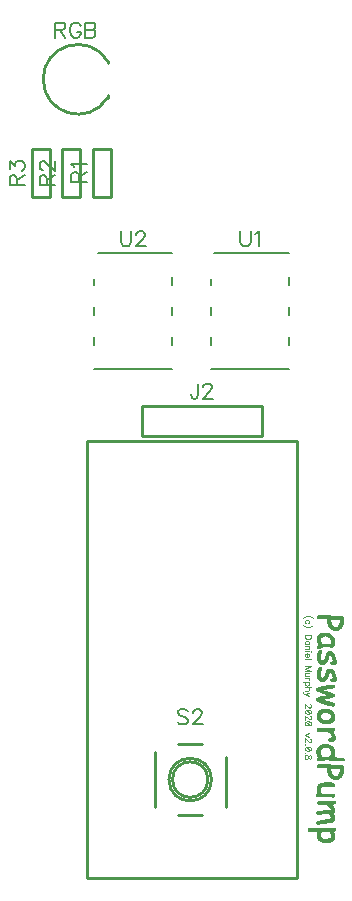
<source format=gbr>
G04 DipTrace 3.3.1.3*
G04 TopSilk.gbr*
%MOIN*%
G04 #@! TF.FileFunction,Legend,Top*
G04 #@! TF.Part,Single*
%ADD10C,0.009843*%
%ADD12C,0.003*%
%ADD22C,0.006*%
%ADD53C,0.00772*%
%ADD54C,0.003088*%
%FSLAX26Y26*%
G04*
G70*
G90*
G75*
G01*
G04 TopSilk*
%LPD*%
X1187469Y1931196D2*
D10*
X787434D1*
Y2031201D1*
X1187469D1*
Y1931196D1*
X686322Y2887260D2*
X626322D1*
X686322Y2726960D2*
Y2887260D1*
Y2726960D2*
X626322D1*
Y2887260D1*
X579953Y2886351D2*
X519953D1*
X579953Y2726051D2*
Y2886351D1*
Y2726051D2*
X519953D1*
Y2886351D1*
X479951D2*
X419951D1*
X479951Y2726051D2*
Y2886351D1*
Y2726051D2*
X419951D1*
Y2886351D1*
X673377Y3057609D2*
Y3065507D1*
Y3171892D2*
Y3179790D1*
Y3057609D2*
G02X458810Y3118699I-98651J60865D01*
G01*
X673377Y3179790D2*
G03X458810Y3118699I-98651J-60865D01*
G01*
X878008Y784497D2*
G02X878008Y784497I70861J0D01*
G01*
X830751Y875052D2*
Y693942D1*
X909472Y666372D2*
X988241D1*
X1066986Y693942D2*
Y859298D1*
X988241Y902623D2*
X909472D1*
X889798Y784497D2*
G02X889798Y784497I59059J0D01*
G01*
X1276881Y2434131D2*
D22*
Y2458141D1*
Y2334119D2*
Y2358128D1*
X1016896Y2258115D2*
Y2234106D1*
Y2358128D2*
Y2334119D1*
Y2153123D2*
X1276881D1*
Y2234106D2*
Y2258115D1*
Y2539123D2*
X1027902D1*
X1016896Y2453123D2*
Y2434131D1*
X889391D2*
Y2458141D1*
Y2334119D2*
Y2358128D1*
X629407Y2258115D2*
Y2234106D1*
Y2358128D2*
Y2334119D1*
Y2153123D2*
X889391D1*
Y2234106D2*
Y2258115D1*
Y2539123D2*
X640413D1*
X629407Y2453123D2*
Y2434131D1*
X606202Y1912451D2*
D10*
X1306202D1*
Y456197D1*
X606202D1*
Y1912451D1*
X1373337Y1331701D2*
D12*
X1415337D1*
X1372138Y1330201D2*
X1451337D1*
X1371141Y1328701D2*
X1453646D1*
X1370880Y1327201D2*
X1455311D1*
X1371433Y1325701D2*
X1456539D1*
X1373012Y1324201D2*
X1456952D1*
X1374837Y1322701D2*
X1457174D1*
X1406105Y1321201D2*
X1416831D1*
X1421337D2*
X1457274D1*
X1405734Y1319701D2*
X1416779D1*
X1446837D2*
X1457314D1*
X1405345Y1318201D2*
X1416588D1*
X1446837D2*
X1457329D1*
X1405082Y1316701D2*
X1416234D1*
X1446837D2*
X1457334D1*
X1404949Y1315201D2*
X1415902D1*
X1446837D2*
X1457336D1*
X1404938Y1313701D2*
X1415832D1*
X1446837D2*
X1457337D1*
X1405103Y1312201D2*
X1416052D1*
X1446837D2*
X1457337D1*
X1405452Y1310701D2*
X1416373D1*
X1446831D2*
X1457337D1*
X1405833Y1309201D2*
X1416614D1*
X1446779D2*
X1457337D1*
X1406099Y1307701D2*
X1416796D1*
X1446588D2*
X1457331D1*
X1406290Y1306201D2*
X1417053D1*
X1446222D2*
X1457279D1*
X1406551Y1304701D2*
X1417490D1*
X1445785D2*
X1457088D1*
X1406989Y1303201D2*
X1418081D1*
X1445326D2*
X1456722D1*
X1407581Y1301701D2*
X1418764D1*
X1444770D2*
X1456285D1*
X1408258Y1300201D2*
X1419545D1*
X1444072D2*
X1455826D1*
X1408980Y1298701D2*
X1420538D1*
X1443169D2*
X1455270D1*
X1409724Y1297201D2*
X1421970D1*
X1441944D2*
X1454577D1*
X1410524Y1295701D2*
X1424137D1*
X1440143D2*
X1453733D1*
X1411468Y1294201D2*
X1427480D1*
X1437191D2*
X1452782D1*
X1412631Y1292701D2*
X1432243D1*
X1432713D2*
X1451818D1*
X1413961Y1291201D2*
X1450775D1*
X1415397Y1289701D2*
X1449510D1*
X1416984Y1288201D2*
X1447911D1*
X1418971Y1286701D2*
X1445870D1*
X1421675Y1285201D2*
X1443406D1*
X1425092Y1283701D2*
X1440673D1*
X1428837Y1282201D2*
X1437837D1*
X1388337Y1274701D2*
X1406337D1*
X1384708Y1273201D2*
X1409274D1*
X1381534Y1271701D2*
X1412023D1*
X1378978Y1270201D2*
X1414414D1*
X1377072Y1268701D2*
X1416420D1*
X1375700Y1267201D2*
X1418165D1*
X1374661Y1265701D2*
X1419771D1*
X1373793Y1264201D2*
X1393195D1*
X1401479D2*
X1421307D1*
X1373049Y1262701D2*
X1389575D1*
X1405106D2*
X1422770D1*
X1372471Y1261201D2*
X1386740D1*
X1407999D2*
X1424079D1*
X1372075Y1259701D2*
X1384740D1*
X1410243D2*
X1425163D1*
X1371712Y1258201D2*
X1383275D1*
X1412040D2*
X1426035D1*
X1371277Y1256701D2*
X1382732D1*
X1413491D2*
X1426717D1*
X1370862Y1255201D2*
X1382279D1*
X1414637D2*
X1427276D1*
X1370588Y1253701D2*
X1381808D1*
X1415577D2*
X1427816D1*
X1370451Y1252201D2*
X1381430D1*
X1416405D2*
X1428280D1*
X1370439Y1250701D2*
X1381341D1*
X1417134D2*
X1428574D1*
X1370603Y1249201D2*
X1381555D1*
X1417701D2*
X1428725D1*
X1370958Y1247701D2*
X1381880D1*
X1418042D2*
X1428793D1*
X1371391Y1246201D2*
X1382167D1*
X1418213D2*
X1428821D1*
X1371849Y1244701D2*
X1382493D1*
X1418289D2*
X1428831D1*
X1372399Y1243201D2*
X1382971D1*
X1418319D2*
X1428835D1*
X1373044Y1241701D2*
X1383648D1*
X1418331D2*
X1428831D1*
X1373744Y1240201D2*
X1384488D1*
X1418335D2*
X1428778D1*
X1374463Y1238701D2*
X1386477D1*
X1418337D2*
X1428587D1*
X1375093Y1237201D2*
X1389366D1*
X1392837D2*
X1428222D1*
X1375579Y1235701D2*
X1427785D1*
X1375327Y1234201D2*
X1427326D1*
X1374405Y1232701D2*
X1426769D1*
X1373385Y1231201D2*
X1426072D1*
X1372435Y1229701D2*
X1425175D1*
X1371680Y1228201D2*
X1424033D1*
X1371121Y1226701D2*
X1388570D1*
X1415337D2*
X1422719D1*
X1371355Y1225201D2*
X1384455D1*
X1419837D2*
X1421337D1*
X1372281Y1223701D2*
X1380405D1*
X1373337Y1222201D2*
X1376337D1*
X1377837Y1216201D2*
X1385337D1*
X1376575Y1214701D2*
X1386024D1*
X1375505Y1213201D2*
X1386396D1*
X1374638Y1211701D2*
X1386522D1*
X1407837D2*
X1418337D1*
X1373957Y1210201D2*
X1385949D1*
X1405883D2*
X1420524D1*
X1373399Y1208701D2*
X1385163D1*
X1404382D2*
X1422402D1*
X1372858Y1207201D2*
X1384333D1*
X1403296D2*
X1423923D1*
X1372388Y1205701D2*
X1383577D1*
X1402519D2*
X1425108D1*
X1372042Y1204201D2*
X1382991D1*
X1401921D2*
X1426065D1*
X1371700Y1202701D2*
X1382634D1*
X1401366D2*
X1426900D1*
X1371273Y1201201D2*
X1382406D1*
X1400891D2*
X1410780D1*
X1415331D2*
X1427638D1*
X1370860Y1199701D2*
X1382137D1*
X1400543D2*
X1410588D1*
X1416773D2*
X1428259D1*
X1370588Y1198201D2*
X1381747D1*
X1400200D2*
X1410228D1*
X1418029D2*
X1428791D1*
X1370445Y1196701D2*
X1381356D1*
X1399773D2*
X1409838D1*
X1418973D2*
X1429328D1*
X1370380Y1195201D2*
X1381143D1*
X1399354D2*
X1409523D1*
X1419670D2*
X1429841D1*
X1370359Y1193701D2*
X1381193D1*
X1399029D2*
X1409193D1*
X1420280D2*
X1430324D1*
X1370402Y1192201D2*
X1381489D1*
X1398695D2*
X1408764D1*
X1420823D2*
X1430834D1*
X1370589Y1190701D2*
X1381853D1*
X1398265D2*
X1408301D1*
X1421318D2*
X1431292D1*
X1370947Y1189201D2*
X1382157D1*
X1397795D2*
X1407838D1*
X1421838D2*
X1431635D1*
X1371337Y1187701D2*
X1382489D1*
X1397268D2*
X1407330D1*
X1422345D2*
X1431975D1*
X1371651Y1186201D2*
X1382987D1*
X1396440D2*
X1406828D1*
X1422826D2*
X1432408D1*
X1371987Y1184701D2*
X1383636D1*
X1395275D2*
X1406342D1*
X1423335D2*
X1432873D1*
X1372463Y1183201D2*
X1385014D1*
X1392458D2*
X1405775D1*
X1423791D2*
X1433336D1*
X1373071Y1181701D2*
X1387944D1*
X1388501D2*
X1405073D1*
X1424104D2*
X1433839D1*
X1373760Y1180201D2*
X1404175D1*
X1424337D2*
X1434288D1*
X1374537Y1178701D2*
X1403032D1*
X1420823D2*
X1434577D1*
X1375479Y1177201D2*
X1401703D1*
X1417927D2*
X1434720D1*
X1376695Y1175701D2*
X1400224D1*
X1416473D2*
X1434711D1*
X1378256Y1174201D2*
X1398524D1*
X1415972D2*
X1434553D1*
X1380190Y1172701D2*
X1396523D1*
X1416272D2*
X1433456D1*
X1382337Y1171201D2*
X1394337D1*
X1417244D2*
X1430642D1*
X1418337Y1169701D2*
X1427337D1*
X1377837Y1159201D2*
X1385337D1*
X1376575Y1157701D2*
X1386024D1*
X1375505Y1156201D2*
X1386396D1*
X1374638Y1154701D2*
X1386522D1*
X1407837D2*
X1418337D1*
X1373957Y1153201D2*
X1385949D1*
X1405883D2*
X1420524D1*
X1373399Y1151701D2*
X1385163D1*
X1404382D2*
X1422402D1*
X1372858Y1150201D2*
X1384333D1*
X1403296D2*
X1423923D1*
X1372388Y1148701D2*
X1383577D1*
X1402519D2*
X1425108D1*
X1372042Y1147201D2*
X1382991D1*
X1401921D2*
X1426065D1*
X1371700Y1145701D2*
X1382634D1*
X1401366D2*
X1426900D1*
X1371273Y1144201D2*
X1382406D1*
X1400891D2*
X1410780D1*
X1415331D2*
X1427638D1*
X1370860Y1142701D2*
X1382137D1*
X1400543D2*
X1410588D1*
X1416773D2*
X1428259D1*
X1370588Y1141201D2*
X1381747D1*
X1400200D2*
X1410228D1*
X1418029D2*
X1428791D1*
X1370445Y1139701D2*
X1381356D1*
X1399773D2*
X1409838D1*
X1418973D2*
X1429328D1*
X1370380Y1138201D2*
X1381143D1*
X1399354D2*
X1409523D1*
X1419670D2*
X1429841D1*
X1370359Y1136701D2*
X1381193D1*
X1399029D2*
X1409193D1*
X1420280D2*
X1430324D1*
X1370402Y1135201D2*
X1381489D1*
X1398695D2*
X1408764D1*
X1420823D2*
X1430834D1*
X1370589Y1133701D2*
X1381853D1*
X1398265D2*
X1408301D1*
X1421318D2*
X1431292D1*
X1370947Y1132201D2*
X1382157D1*
X1397795D2*
X1407838D1*
X1421838D2*
X1431635D1*
X1371337Y1130701D2*
X1382489D1*
X1397268D2*
X1407330D1*
X1422345D2*
X1431975D1*
X1371651Y1129201D2*
X1382987D1*
X1396440D2*
X1406828D1*
X1422826D2*
X1432408D1*
X1371987Y1127701D2*
X1383636D1*
X1395275D2*
X1406342D1*
X1423335D2*
X1432873D1*
X1372463Y1126201D2*
X1385014D1*
X1392458D2*
X1405775D1*
X1423791D2*
X1433336D1*
X1373071Y1124701D2*
X1387944D1*
X1388501D2*
X1405073D1*
X1424104D2*
X1433839D1*
X1373760Y1123201D2*
X1404175D1*
X1424337D2*
X1434288D1*
X1374537Y1121701D2*
X1403032D1*
X1420823D2*
X1434577D1*
X1375479Y1120201D2*
X1401703D1*
X1417927D2*
X1434720D1*
X1376695Y1118701D2*
X1400224D1*
X1416473D2*
X1434711D1*
X1378256Y1117201D2*
X1398524D1*
X1415972D2*
X1434553D1*
X1380190Y1115701D2*
X1396523D1*
X1416272D2*
X1433456D1*
X1382337Y1114201D2*
X1394337D1*
X1417244D2*
X1430642D1*
X1418337Y1112701D2*
X1427337D1*
X1415337Y1100701D2*
X1427337D1*
X1405777Y1099201D2*
X1428030D1*
X1396906Y1097701D2*
X1428455D1*
X1389168Y1096201D2*
X1428602D1*
X1382785Y1094701D2*
X1428547D1*
X1377749Y1093201D2*
X1427491D1*
X1374002Y1091701D2*
X1423403D1*
X1371359Y1090201D2*
X1416741D1*
X1369319Y1088701D2*
X1408050D1*
X1368412Y1087201D2*
X1399255D1*
X1368462Y1085701D2*
X1391792D1*
X1369441Y1084201D2*
X1385337D1*
X1370885Y1082701D2*
X1389894D1*
X1372913Y1081201D2*
X1394587D1*
X1375595Y1079701D2*
X1399446D1*
X1378885Y1078201D2*
X1404337D1*
X1382575Y1076701D2*
X1409145D1*
X1386420Y1075201D2*
X1413911D1*
X1390360Y1073701D2*
X1418520D1*
X1394342Y1072201D2*
X1422513D1*
X1398154Y1070701D2*
X1425433D1*
X1401500Y1069201D2*
X1427549D1*
X1404148Y1067701D2*
X1428216D1*
X1406337Y1066201D2*
X1428636D1*
X1397297Y1064701D2*
X1428548D1*
X1389375Y1063201D2*
X1427760D1*
X1382878Y1061701D2*
X1425134D1*
X1377788Y1060201D2*
X1420934D1*
X1374017Y1058701D2*
X1415039D1*
X1371358Y1057201D2*
X1407809D1*
X1369297Y1055701D2*
X1399691D1*
X1368230Y1054201D2*
X1391099D1*
X1367862Y1052701D2*
X1382337D1*
X1368208Y1051201D2*
X1385753D1*
X1368960Y1049701D2*
X1390067D1*
X1370218Y1048201D2*
X1395320D1*
X1372029Y1046701D2*
X1401242D1*
X1374463Y1045201D2*
X1407431D1*
X1377629Y1043701D2*
X1413492D1*
X1381462Y1042201D2*
X1418988D1*
X1385822Y1040701D2*
X1423325D1*
X1390598Y1039201D2*
X1426636D1*
X1395677Y1037701D2*
X1427975D1*
X1401027Y1036201D2*
X1428502D1*
X1406652Y1034701D2*
X1428525D1*
X1412468Y1033201D2*
X1427900D1*
X1418385Y1031701D2*
X1426950D1*
X1424337Y1030201D2*
X1425837D1*
X1391337Y1021201D2*
X1404837D1*
X1387708Y1019701D2*
X1409159D1*
X1384528Y1018201D2*
X1412776D1*
X1381919Y1016701D2*
X1415649D1*
X1379816Y1015201D2*
X1417987D1*
X1378038Y1013701D2*
X1419979D1*
X1376470Y1012201D2*
X1421633D1*
X1375120Y1010701D2*
X1423010D1*
X1374020Y1009201D2*
X1390132D1*
X1405748D2*
X1424210D1*
X1373142Y1007701D2*
X1387761D1*
X1409002D2*
X1425230D1*
X1372458Y1006201D2*
X1385817D1*
X1411501D2*
X1426113D1*
X1371899Y1004701D2*
X1384317D1*
X1413436D2*
X1426918D1*
X1371358Y1003201D2*
X1383268D1*
X1414949D2*
X1427639D1*
X1370894Y1001701D2*
X1382529D1*
X1416115D2*
X1428202D1*
X1370601Y1000201D2*
X1381915D1*
X1417012D2*
X1428542D1*
X1370455Y998701D2*
X1381471D1*
X1417653D2*
X1428713D1*
X1370440Y997201D2*
X1381231D1*
X1418024D2*
X1428789D1*
X1370604Y995701D2*
X1381535D1*
X1418207D2*
X1428819D1*
X1370952Y994201D2*
X1381933D1*
X1418281D2*
X1428831D1*
X1371339Y992701D2*
X1382416D1*
X1418254D2*
X1428835D1*
X1371652Y991201D2*
X1383108D1*
X1418016D2*
X1428831D1*
X1371987Y989701D2*
X1384023D1*
X1417406D2*
X1428778D1*
X1372469Y988201D2*
X1385135D1*
X1416355D2*
X1428582D1*
X1373129Y986701D2*
X1386514D1*
X1414851D2*
X1428164D1*
X1374010Y985201D2*
X1388101D1*
X1412853D2*
X1427529D1*
X1375146Y983701D2*
X1389723D1*
X1410438D2*
X1426659D1*
X1376472Y982201D2*
X1425526D1*
X1377952Y980701D2*
X1424201D1*
X1379676Y979201D2*
X1422716D1*
X1381830Y977701D2*
X1420942D1*
X1384549Y976201D2*
X1418618D1*
X1387804Y974701D2*
X1415651D1*
X1391337Y973201D2*
X1412337D1*
X1373337Y956701D2*
X1425837D1*
X1372138Y955201D2*
X1427222D1*
X1371141Y953701D2*
X1428248D1*
X1370833Y952201D2*
X1428480D1*
X1371088Y950701D2*
X1428485D1*
X1371458Y949201D2*
X1427508D1*
X1371837Y947701D2*
X1425415D1*
X1406274Y946201D2*
X1423294D1*
X1409023Y944701D2*
X1421337D1*
X1411408Y943201D2*
X1422780D1*
X1413362Y941701D2*
X1424082D1*
X1414915Y940201D2*
X1425170D1*
X1416156Y938701D2*
X1426088D1*
X1417255Y937201D2*
X1426914D1*
X1418265Y935701D2*
X1427694D1*
X1419075Y934201D2*
X1428451D1*
X1419711Y932701D2*
X1429151D1*
X1420290Y931201D2*
X1429707D1*
X1420770Y929701D2*
X1430044D1*
X1421071Y928201D2*
X1430214D1*
X1421233Y926701D2*
X1430289D1*
X1421337Y925201D2*
X1430319D1*
X1415413Y923701D2*
X1430331D1*
X1411122Y922201D2*
X1430329D1*
X1408100Y920701D2*
X1430266D1*
X1406822Y919201D2*
X1430109D1*
X1407282Y917701D2*
X1429303D1*
X1408569Y916201D2*
X1426997D1*
X1410318Y914701D2*
X1423707D1*
X1412337Y913201D2*
X1419837D1*
X1389837Y902701D2*
X1406337D1*
X1386208Y901201D2*
X1409973D1*
X1383028Y899701D2*
X1413205D1*
X1380419Y898201D2*
X1416005D1*
X1378322Y896701D2*
X1418462D1*
X1376591Y895201D2*
X1420577D1*
X1375167Y893701D2*
X1422268D1*
X1374032Y892201D2*
X1390132D1*
X1407768D2*
X1423590D1*
X1373096Y890701D2*
X1387761D1*
X1410465D2*
X1424728D1*
X1372269Y889201D2*
X1385811D1*
X1412659D2*
X1425755D1*
X1371540Y887701D2*
X1384264D1*
X1414253D2*
X1426572D1*
X1370968Y886201D2*
X1383077D1*
X1415416D2*
X1427210D1*
X1370574Y884701D2*
X1382169D1*
X1416342D2*
X1427789D1*
X1370212Y883201D2*
X1381518D1*
X1417111D2*
X1428270D1*
X1369777Y881701D2*
X1381093D1*
X1417692D2*
X1428570D1*
X1369362Y880201D2*
X1380718D1*
X1418039D2*
X1428724D1*
X1369088Y878701D2*
X1380285D1*
X1418212D2*
X1428793D1*
X1368951Y877201D2*
X1379921D1*
X1418288D2*
X1428821D1*
X1368939Y875701D2*
X1379838D1*
X1418319D2*
X1428831D1*
X1369103Y874201D2*
X1380060D1*
X1418331D2*
X1428835D1*
X1369458Y872701D2*
X1380432D1*
X1418329D2*
X1428837D1*
X1369891Y871201D2*
X1380864D1*
X1418272D2*
X1428831D1*
X1370349Y869701D2*
X1381411D1*
X1418029D2*
X1428779D1*
X1370899Y868201D2*
X1382099D1*
X1417467D2*
X1428582D1*
X1371544Y866701D2*
X1382942D1*
X1416612D2*
X1428164D1*
X1372244Y865201D2*
X1383893D1*
X1415524D2*
X1427530D1*
X1372963Y863701D2*
X1384856D1*
X1414155D2*
X1426663D1*
X1373593Y862201D2*
X1385889D1*
X1412572D2*
X1425557D1*
X1374079Y860701D2*
X1387073D1*
X1410950D2*
X1424337D1*
X1373827Y859201D2*
X1431837D1*
X1372911Y857701D2*
X1455837D1*
X1371949Y856201D2*
X1457735D1*
X1371093Y854701D2*
X1459262D1*
X1370864Y853201D2*
X1459818D1*
X1371428Y851701D2*
X1460118D1*
X1373010Y850201D2*
X1395837D1*
X1410837D2*
X1460257D1*
X1374837Y848701D2*
X1376337D1*
X1433337D2*
X1460337D1*
X1373337Y835201D2*
X1415337D1*
X1372138Y833701D2*
X1451337D1*
X1371141Y832201D2*
X1453646D1*
X1370880Y830701D2*
X1455311D1*
X1371433Y829201D2*
X1456539D1*
X1373012Y827701D2*
X1456952D1*
X1374837Y826201D2*
X1457174D1*
X1406105Y824701D2*
X1416831D1*
X1421337D2*
X1457274D1*
X1405734Y823201D2*
X1416779D1*
X1446837D2*
X1457314D1*
X1405345Y821701D2*
X1416588D1*
X1446837D2*
X1457329D1*
X1405082Y820201D2*
X1416234D1*
X1446837D2*
X1457334D1*
X1404949Y818701D2*
X1415902D1*
X1446837D2*
X1457336D1*
X1404938Y817201D2*
X1415832D1*
X1446837D2*
X1457337D1*
X1405103Y815701D2*
X1416052D1*
X1446837D2*
X1457337D1*
X1405452Y814201D2*
X1416373D1*
X1446831D2*
X1457337D1*
X1405833Y812701D2*
X1416614D1*
X1446779D2*
X1457337D1*
X1406099Y811201D2*
X1416796D1*
X1446588D2*
X1457331D1*
X1406290Y809701D2*
X1417053D1*
X1446222D2*
X1457279D1*
X1406551Y808201D2*
X1417490D1*
X1445785D2*
X1457088D1*
X1406989Y806701D2*
X1418081D1*
X1445326D2*
X1456722D1*
X1407581Y805201D2*
X1418764D1*
X1444770D2*
X1456285D1*
X1408258Y803701D2*
X1419545D1*
X1444072D2*
X1455826D1*
X1408980Y802201D2*
X1420538D1*
X1443169D2*
X1455270D1*
X1409724Y800701D2*
X1421970D1*
X1441944D2*
X1454577D1*
X1410524Y799201D2*
X1424137D1*
X1440143D2*
X1453733D1*
X1411468Y797701D2*
X1427480D1*
X1437191D2*
X1452782D1*
X1412631Y796201D2*
X1432243D1*
X1432713D2*
X1451818D1*
X1413961Y794701D2*
X1450775D1*
X1415397Y793201D2*
X1449510D1*
X1416984Y791701D2*
X1447911D1*
X1418971Y790201D2*
X1445870D1*
X1421675Y788701D2*
X1443406D1*
X1425092Y787201D2*
X1440673D1*
X1428837Y785701D2*
X1437837D1*
X1397337Y775201D2*
X1416837D1*
X1389046Y773701D2*
X1422017D1*
X1382888Y772201D2*
X1426097D1*
X1378878Y770701D2*
X1427770D1*
X1376413Y769201D2*
X1428429D1*
X1374771Y767701D2*
X1428501D1*
X1373546Y766201D2*
X1427889D1*
X1372698Y764701D2*
X1426946D1*
X1372170Y763201D2*
X1388990D1*
X1422837D2*
X1425837D1*
X1371749Y761701D2*
X1385980D1*
X1371291Y760201D2*
X1383724D1*
X1370867Y758701D2*
X1382770D1*
X1370590Y757201D2*
X1382019D1*
X1370446Y755701D2*
X1381512D1*
X1370386Y754201D2*
X1381239D1*
X1370412Y752701D2*
X1381533D1*
X1370593Y751201D2*
X1381869D1*
X1370948Y749701D2*
X1382108D1*
X1371337Y748201D2*
X1382237D1*
X1371651Y746701D2*
X1382303D1*
X1371981Y745201D2*
X1382381D1*
X1372393Y743701D2*
X1382582D1*
X1372692Y742201D2*
X1382945D1*
X1372749Y740701D2*
X1383334D1*
X1371760Y739201D2*
X1383619D1*
X1370463Y737701D2*
X1425837D1*
X1369218Y736201D2*
X1427222D1*
X1368176Y734701D2*
X1428248D1*
X1367869Y733201D2*
X1428498D1*
X1368379Y731701D2*
X1428555D1*
X1369265Y730201D2*
X1427913D1*
X1370337Y728701D2*
X1426955D1*
X1422837Y727201D2*
X1425837D1*
X1374837Y713701D2*
X1430337D1*
X1373226Y712201D2*
X1431716D1*
X1372046Y710701D2*
X1432724D1*
X1371207Y709201D2*
X1432912D1*
X1371237Y707701D2*
X1432267D1*
X1372025Y706201D2*
X1428859D1*
X1373276Y704701D2*
X1422929D1*
X1374837Y703201D2*
X1376337D1*
X1394363D2*
X1415337D1*
X1400250Y701701D2*
X1417350D1*
X1404261Y700201D2*
X1419297D1*
X1406979Y698701D2*
X1421075D1*
X1409006Y697201D2*
X1422669D1*
X1410716Y695701D2*
X1424044D1*
X1412289Y694201D2*
X1425206D1*
X1413764Y692701D2*
X1426273D1*
X1415077Y691201D2*
X1427266D1*
X1416163Y689701D2*
X1428019D1*
X1417044Y688201D2*
X1428462D1*
X1417748Y686701D2*
X1428681D1*
X1418337Y685201D2*
X1428777D1*
X1413837Y683701D2*
X1428809D1*
X1391337Y682201D2*
X1428765D1*
X1371837Y680701D2*
X1428520D1*
X1370221Y679201D2*
X1427907D1*
X1368993Y677701D2*
X1426857D1*
X1368049Y676201D2*
X1425371D1*
X1367818Y674701D2*
X1423468D1*
X1368355Y673201D2*
X1421337D1*
X1369256Y671701D2*
X1392837D1*
X1410780D2*
X1422831D1*
X1370337Y670201D2*
X1380837D1*
X1412088D2*
X1424279D1*
X1413222Y668701D2*
X1425582D1*
X1414285Y667201D2*
X1426664D1*
X1415326Y665701D2*
X1427529D1*
X1416270Y664201D2*
X1428159D1*
X1417072Y662701D2*
X1428526D1*
X1417669Y661201D2*
X1428707D1*
X1417961Y659701D2*
X1428787D1*
X1418021Y658201D2*
X1428819D1*
X1417272Y656701D2*
X1428831D1*
X1414680Y655201D2*
X1428829D1*
X1410109Y653701D2*
X1428778D1*
X1402920Y652201D2*
X1428576D1*
X1393769Y650701D2*
X1428105D1*
X1384555Y649201D2*
X1427274D1*
X1377168Y647701D2*
X1425962D1*
X1372324Y646201D2*
X1423949D1*
X1369082Y644701D2*
X1420649D1*
X1367805Y643201D2*
X1415207D1*
X1368145Y641701D2*
X1407363D1*
X1368695Y640201D2*
X1397591D1*
X1369452Y638701D2*
X1386513D1*
X1370337Y637201D2*
X1374837D1*
X1398837Y623701D2*
X1430337D1*
X1340337Y622201D2*
X1431722D1*
X1340337Y620701D2*
X1432748D1*
X1340343Y619201D2*
X1433094D1*
X1340400Y617701D2*
X1432938D1*
X1340632Y616201D2*
X1431535D1*
X1341145Y614701D2*
X1427566D1*
X1341837Y613201D2*
X1422837D1*
X1371837Y611701D2*
X1384132D1*
X1412105D2*
X1424100D1*
X1371831Y610201D2*
X1383255D1*
X1413228D2*
X1425169D1*
X1371779Y608701D2*
X1382747D1*
X1414287D2*
X1426037D1*
X1371588Y607201D2*
X1382450D1*
X1415327D2*
X1426718D1*
X1371228Y605701D2*
X1382154D1*
X1416270D2*
X1427276D1*
X1370844Y604201D2*
X1381752D1*
X1417072D2*
X1427816D1*
X1370582Y602701D2*
X1381358D1*
X1417675D2*
X1428280D1*
X1370449Y601201D2*
X1381144D1*
X1418032D2*
X1428574D1*
X1370438Y599701D2*
X1381194D1*
X1418209D2*
X1428725D1*
X1370603Y598201D2*
X1381495D1*
X1418287D2*
X1428793D1*
X1370952Y596701D2*
X1381911D1*
X1418313D2*
X1428821D1*
X1371339Y595201D2*
X1382412D1*
X1418266D2*
X1428831D1*
X1371652Y593701D2*
X1383163D1*
X1418009D2*
X1428829D1*
X1371987Y592201D2*
X1384289D1*
X1417508D2*
X1428778D1*
X1372469Y590701D2*
X1385954D1*
X1416042D2*
X1428581D1*
X1373129Y589201D2*
X1388638D1*
X1412304D2*
X1428164D1*
X1374010Y587701D2*
X1392994D1*
X1406332D2*
X1427529D1*
X1375146Y586201D2*
X1399180D1*
X1397951D2*
X1426659D1*
X1376472Y584701D2*
X1425520D1*
X1377952Y583201D2*
X1424137D1*
X1379676Y581701D2*
X1422402D1*
X1381830Y580201D2*
X1420019D1*
X1384549Y578701D2*
X1416703D1*
X1387804Y577201D2*
X1412492D1*
X1391337Y575701D2*
X1407837D1*
X1373337Y1331701D2*
X1372138Y1330201D1*
X1371141Y1328701D1*
X1370880Y1327201D1*
X1371433Y1325701D1*
X1373012Y1324201D1*
X1374837Y1322701D1*
X1415337Y1331701D2*
Y1330201D1*
X1451337D2*
X1453646Y1328701D1*
X1455311Y1327201D1*
X1456539Y1325701D1*
X1456952Y1324201D1*
X1457174Y1322701D1*
X1457274Y1321201D1*
X1457314Y1319701D1*
X1457329Y1318201D1*
X1457334Y1316701D1*
X1457336Y1315201D1*
X1457337Y1313701D1*
Y1312201D1*
Y1310701D1*
Y1309201D1*
X1457331Y1307701D1*
X1457279Y1306201D1*
X1457088Y1304701D1*
X1456722Y1303201D1*
X1456285Y1301701D1*
X1455826Y1300201D1*
X1455270Y1298701D1*
X1454577Y1297201D1*
X1453733Y1295701D1*
X1452782Y1294201D1*
X1451818Y1292701D1*
X1450775Y1291201D1*
X1449510Y1289701D1*
X1447911Y1288201D1*
X1445870Y1286701D1*
X1443406Y1285201D1*
X1440673Y1283701D1*
X1437837Y1282201D1*
X1406337Y1322701D2*
X1406105Y1321201D1*
X1405734Y1319701D1*
X1405345Y1318201D1*
X1405082Y1316701D1*
X1404949Y1315201D1*
X1404938Y1313701D1*
X1405103Y1312201D1*
X1405452Y1310701D1*
X1405833Y1309201D1*
X1406099Y1307701D1*
X1406290Y1306201D1*
X1406551Y1304701D1*
X1406989Y1303201D1*
X1407581Y1301701D1*
X1408258Y1300201D1*
X1408980Y1298701D1*
X1409724Y1297201D1*
X1410524Y1295701D1*
X1411468Y1294201D1*
X1412631Y1292701D1*
X1413961Y1291201D1*
X1415397Y1289701D1*
X1416984Y1288201D1*
X1418971Y1286701D1*
X1421675Y1285201D1*
X1425092Y1283701D1*
X1428837Y1282201D1*
X1416837Y1322701D2*
X1416831Y1321201D1*
X1416779Y1319701D1*
X1416588Y1318201D1*
X1416234Y1316701D1*
X1415902Y1315201D1*
X1415832Y1313701D1*
X1416052Y1312201D1*
X1416373Y1310701D1*
X1416614Y1309201D1*
X1416796Y1307701D1*
X1417053Y1306201D1*
X1417490Y1304701D1*
X1418081Y1303201D1*
X1418764Y1301701D1*
X1419545Y1300201D1*
X1420538Y1298701D1*
X1421970Y1297201D1*
X1424137Y1295701D1*
X1427480Y1294201D1*
X1432243Y1292701D1*
X1437837Y1291201D1*
X1419837Y1322701D2*
X1421337Y1321201D1*
X1446837D2*
Y1319701D1*
Y1318201D1*
Y1316701D1*
Y1315201D1*
Y1313701D1*
Y1312201D1*
X1446831Y1310701D1*
X1446779Y1309201D1*
X1446588Y1307701D1*
X1446222Y1306201D1*
X1445785Y1304701D1*
X1445326Y1303201D1*
X1444770Y1301701D1*
X1444072Y1300201D1*
X1443169Y1298701D1*
X1441944Y1297201D1*
X1440143Y1295701D1*
X1437191Y1294201D1*
X1432713Y1292701D1*
X1427337Y1291201D1*
X1388337Y1274701D2*
X1384708Y1273201D1*
X1381534Y1271701D1*
X1378978Y1270201D1*
X1377072Y1268701D1*
X1375700Y1267201D1*
X1374661Y1265701D1*
X1373793Y1264201D1*
X1373049Y1262701D1*
X1372471Y1261201D1*
X1372075Y1259701D1*
X1371712Y1258201D1*
X1371277Y1256701D1*
X1370862Y1255201D1*
X1370588Y1253701D1*
X1370451Y1252201D1*
X1370439Y1250701D1*
X1370603Y1249201D1*
X1370958Y1247701D1*
X1371391Y1246201D1*
X1371849Y1244701D1*
X1372399Y1243201D1*
X1373044Y1241701D1*
X1373744Y1240201D1*
X1374463Y1238701D1*
X1375093Y1237201D1*
X1375579Y1235701D1*
X1375327Y1234201D1*
X1374405Y1232701D1*
X1373385Y1231201D1*
X1372435Y1229701D1*
X1371680Y1228201D1*
X1371121Y1226701D1*
X1371355Y1225201D1*
X1372281Y1223701D1*
X1373337Y1222201D1*
X1406337Y1274701D2*
X1409274Y1273201D1*
X1412023Y1271701D1*
X1414414Y1270201D1*
X1416420Y1268701D1*
X1418165Y1267201D1*
X1419771Y1265701D1*
X1421307Y1264201D1*
X1422770Y1262701D1*
X1424079Y1261201D1*
X1425163Y1259701D1*
X1426035Y1258201D1*
X1426717Y1256701D1*
X1427276Y1255201D1*
X1427816Y1253701D1*
X1428280Y1252201D1*
X1428574Y1250701D1*
X1428725Y1249201D1*
X1428793Y1247701D1*
X1428821Y1246201D1*
X1428831Y1244701D1*
X1428835Y1243201D1*
X1428831Y1241701D1*
X1428778Y1240201D1*
X1428587Y1238701D1*
X1428222Y1237201D1*
X1427785Y1235701D1*
X1427326Y1234201D1*
X1426769Y1232701D1*
X1426072Y1231201D1*
X1425175Y1229701D1*
X1424033Y1228201D1*
X1422719Y1226701D1*
X1421337Y1225201D1*
X1397337Y1265701D2*
X1393195Y1264201D1*
X1389575Y1262701D1*
X1386740Y1261201D1*
X1384740Y1259701D1*
X1383275Y1258201D1*
X1382732Y1256701D1*
X1382279Y1255201D1*
X1381808Y1253701D1*
X1381430Y1252201D1*
X1381341Y1250701D1*
X1381555Y1249201D1*
X1381880Y1247701D1*
X1382167Y1246201D1*
X1382493Y1244701D1*
X1382971Y1243201D1*
X1383648Y1241701D1*
X1384488Y1240201D1*
X1386477Y1238701D1*
X1389366Y1237201D1*
X1392837Y1235701D1*
X1397337Y1265701D2*
X1401479Y1264201D1*
X1405106Y1262701D1*
X1407999Y1261201D1*
X1410243Y1259701D1*
X1412040Y1258201D1*
X1413491Y1256701D1*
X1414637Y1255201D1*
X1415577Y1253701D1*
X1416405Y1252201D1*
X1417134Y1250701D1*
X1417701Y1249201D1*
X1418042Y1247701D1*
X1418213Y1246201D1*
X1418289Y1244701D1*
X1418319Y1243201D1*
X1418331Y1241701D1*
X1418335Y1240201D1*
X1418337Y1238701D1*
Y1237201D1*
X1392837D2*
X1391337Y1235701D1*
X1392837Y1228201D2*
X1388570Y1226701D1*
X1384455Y1225201D1*
X1380405Y1223701D1*
X1376337Y1222201D1*
X1410837Y1228201D2*
X1415337Y1226701D1*
X1419837Y1225201D1*
X1377837Y1216201D2*
X1376575Y1214701D1*
X1375505Y1213201D1*
X1374638Y1211701D1*
X1373957Y1210201D1*
X1373399Y1208701D1*
X1372858Y1207201D1*
X1372388Y1205701D1*
X1372042Y1204201D1*
X1371700Y1202701D1*
X1371273Y1201201D1*
X1370860Y1199701D1*
X1370588Y1198201D1*
X1370445Y1196701D1*
X1370380Y1195201D1*
X1370359Y1193701D1*
X1370402Y1192201D1*
X1370589Y1190701D1*
X1370947Y1189201D1*
X1371337Y1187701D1*
X1371651Y1186201D1*
X1371987Y1184701D1*
X1372463Y1183201D1*
X1373071Y1181701D1*
X1373760Y1180201D1*
X1374537Y1178701D1*
X1375479Y1177201D1*
X1376695Y1175701D1*
X1378256Y1174201D1*
X1380190Y1172701D1*
X1382337Y1171201D1*
X1385337Y1216201D2*
X1386024Y1214701D1*
X1386396Y1213201D1*
X1386522Y1211701D1*
X1385949Y1210201D1*
X1385163Y1208701D1*
X1384333Y1207201D1*
X1383577Y1205701D1*
X1382991Y1204201D1*
X1382634Y1202701D1*
X1382406Y1201201D1*
X1382137Y1199701D1*
X1381747Y1198201D1*
X1381356Y1196701D1*
X1381143Y1195201D1*
X1381193Y1193701D1*
X1381489Y1192201D1*
X1381853Y1190701D1*
X1382157Y1189201D1*
X1382489Y1187701D1*
X1382987Y1186201D1*
X1383636Y1184701D1*
X1385014Y1183201D1*
X1387944Y1181701D1*
X1391337Y1180201D1*
X1407837Y1211701D2*
X1405883Y1210201D1*
X1404382Y1208701D1*
X1403296Y1207201D1*
X1402519Y1205701D1*
X1401921Y1204201D1*
X1401366Y1202701D1*
X1400891Y1201201D1*
X1400543Y1199701D1*
X1400200Y1198201D1*
X1399773Y1196701D1*
X1399354Y1195201D1*
X1399029Y1193701D1*
X1398695Y1192201D1*
X1398265Y1190701D1*
X1397795Y1189201D1*
X1397268Y1187701D1*
X1396440Y1186201D1*
X1395275Y1184701D1*
X1392458Y1183201D1*
X1388501Y1181701D1*
X1383837Y1180201D1*
X1418337Y1211701D2*
X1420524Y1210201D1*
X1422402Y1208701D1*
X1423923Y1207201D1*
X1425108Y1205701D1*
X1426065Y1204201D1*
X1426900Y1202701D1*
X1427638Y1201201D1*
X1428259Y1199701D1*
X1428791Y1198201D1*
X1429328Y1196701D1*
X1429841Y1195201D1*
X1430324Y1193701D1*
X1430834Y1192201D1*
X1431292Y1190701D1*
X1431635Y1189201D1*
X1431975Y1187701D1*
X1432408Y1186201D1*
X1432873Y1184701D1*
X1433336Y1183201D1*
X1433839Y1181701D1*
X1434288Y1180201D1*
X1434577Y1178701D1*
X1434720Y1177201D1*
X1434711Y1175701D1*
X1434553Y1174201D1*
X1433456Y1172701D1*
X1430642Y1171201D1*
X1427337Y1169701D1*
X1410837Y1202701D2*
X1410780Y1201201D1*
X1410588Y1199701D1*
X1410228Y1198201D1*
X1409838Y1196701D1*
X1409523Y1195201D1*
X1409193Y1193701D1*
X1408764Y1192201D1*
X1408301Y1190701D1*
X1407838Y1189201D1*
X1407330Y1187701D1*
X1406828Y1186201D1*
X1406342Y1184701D1*
X1405775Y1183201D1*
X1405073Y1181701D1*
X1404175Y1180201D1*
X1403032Y1178701D1*
X1401703Y1177201D1*
X1400224Y1175701D1*
X1398524Y1174201D1*
X1396523Y1172701D1*
X1394337Y1171201D1*
X1413837Y1202701D2*
X1415331Y1201201D1*
X1416773Y1199701D1*
X1418029Y1198201D1*
X1418973Y1196701D1*
X1419670Y1195201D1*
X1420280Y1193701D1*
X1420823Y1192201D1*
X1421318Y1190701D1*
X1421838Y1189201D1*
X1422345Y1187701D1*
X1422826Y1186201D1*
X1423335Y1184701D1*
X1423791Y1183201D1*
X1424104Y1181701D1*
X1424337Y1180201D1*
X1420823Y1178701D1*
X1417927Y1177201D1*
X1416473Y1175701D1*
X1415972Y1174201D1*
X1416272Y1172701D1*
X1417244Y1171201D1*
X1418337Y1169701D1*
X1377837Y1159201D2*
X1376575Y1157701D1*
X1375505Y1156201D1*
X1374638Y1154701D1*
X1373957Y1153201D1*
X1373399Y1151701D1*
X1372858Y1150201D1*
X1372388Y1148701D1*
X1372042Y1147201D1*
X1371700Y1145701D1*
X1371273Y1144201D1*
X1370860Y1142701D1*
X1370588Y1141201D1*
X1370445Y1139701D1*
X1370380Y1138201D1*
X1370359Y1136701D1*
X1370402Y1135201D1*
X1370589Y1133701D1*
X1370947Y1132201D1*
X1371337Y1130701D1*
X1371651Y1129201D1*
X1371987Y1127701D1*
X1372463Y1126201D1*
X1373071Y1124701D1*
X1373760Y1123201D1*
X1374537Y1121701D1*
X1375479Y1120201D1*
X1376695Y1118701D1*
X1378256Y1117201D1*
X1380190Y1115701D1*
X1382337Y1114201D1*
X1385337Y1159201D2*
X1386024Y1157701D1*
X1386396Y1156201D1*
X1386522Y1154701D1*
X1385949Y1153201D1*
X1385163Y1151701D1*
X1384333Y1150201D1*
X1383577Y1148701D1*
X1382991Y1147201D1*
X1382634Y1145701D1*
X1382406Y1144201D1*
X1382137Y1142701D1*
X1381747Y1141201D1*
X1381356Y1139701D1*
X1381143Y1138201D1*
X1381193Y1136701D1*
X1381489Y1135201D1*
X1381853Y1133701D1*
X1382157Y1132201D1*
X1382489Y1130701D1*
X1382987Y1129201D1*
X1383636Y1127701D1*
X1385014Y1126201D1*
X1387944Y1124701D1*
X1391337Y1123201D1*
X1407837Y1154701D2*
X1405883Y1153201D1*
X1404382Y1151701D1*
X1403296Y1150201D1*
X1402519Y1148701D1*
X1401921Y1147201D1*
X1401366Y1145701D1*
X1400891Y1144201D1*
X1400543Y1142701D1*
X1400200Y1141201D1*
X1399773Y1139701D1*
X1399354Y1138201D1*
X1399029Y1136701D1*
X1398695Y1135201D1*
X1398265Y1133701D1*
X1397795Y1132201D1*
X1397268Y1130701D1*
X1396440Y1129201D1*
X1395275Y1127701D1*
X1392458Y1126201D1*
X1388501Y1124701D1*
X1383837Y1123201D1*
X1418337Y1154701D2*
X1420524Y1153201D1*
X1422402Y1151701D1*
X1423923Y1150201D1*
X1425108Y1148701D1*
X1426065Y1147201D1*
X1426900Y1145701D1*
X1427638Y1144201D1*
X1428259Y1142701D1*
X1428791Y1141201D1*
X1429328Y1139701D1*
X1429841Y1138201D1*
X1430324Y1136701D1*
X1430834Y1135201D1*
X1431292Y1133701D1*
X1431635Y1132201D1*
X1431975Y1130701D1*
X1432408Y1129201D1*
X1432873Y1127701D1*
X1433336Y1126201D1*
X1433839Y1124701D1*
X1434288Y1123201D1*
X1434577Y1121701D1*
X1434720Y1120201D1*
X1434711Y1118701D1*
X1434553Y1117201D1*
X1433456Y1115701D1*
X1430642Y1114201D1*
X1427337Y1112701D1*
X1410837Y1145701D2*
X1410780Y1144201D1*
X1410588Y1142701D1*
X1410228Y1141201D1*
X1409838Y1139701D1*
X1409523Y1138201D1*
X1409193Y1136701D1*
X1408764Y1135201D1*
X1408301Y1133701D1*
X1407838Y1132201D1*
X1407330Y1130701D1*
X1406828Y1129201D1*
X1406342Y1127701D1*
X1405775Y1126201D1*
X1405073Y1124701D1*
X1404175Y1123201D1*
X1403032Y1121701D1*
X1401703Y1120201D1*
X1400224Y1118701D1*
X1398524Y1117201D1*
X1396523Y1115701D1*
X1394337Y1114201D1*
X1413837Y1145701D2*
X1415331Y1144201D1*
X1416773Y1142701D1*
X1418029Y1141201D1*
X1418973Y1139701D1*
X1419670Y1138201D1*
X1420280Y1136701D1*
X1420823Y1135201D1*
X1421318Y1133701D1*
X1421838Y1132201D1*
X1422345Y1130701D1*
X1422826Y1129201D1*
X1423335Y1127701D1*
X1423791Y1126201D1*
X1424104Y1124701D1*
X1424337Y1123201D1*
X1420823Y1121701D1*
X1417927Y1120201D1*
X1416473Y1118701D1*
X1415972Y1117201D1*
X1416272Y1115701D1*
X1417244Y1114201D1*
X1418337Y1112701D1*
X1415337Y1100701D2*
X1405777Y1099201D1*
X1396906Y1097701D1*
X1389168Y1096201D1*
X1382785Y1094701D1*
X1377749Y1093201D1*
X1374002Y1091701D1*
X1371359Y1090201D1*
X1369319Y1088701D1*
X1368412Y1087201D1*
X1368462Y1085701D1*
X1369441Y1084201D1*
X1370885Y1082701D1*
X1372913Y1081201D1*
X1375595Y1079701D1*
X1378885Y1078201D1*
X1382575Y1076701D1*
X1386420Y1075201D1*
X1390360Y1073701D1*
X1394342Y1072201D1*
X1398154Y1070701D1*
X1401500Y1069201D1*
X1404148Y1067701D1*
X1406337Y1066201D1*
X1397297Y1064701D1*
X1389375Y1063201D1*
X1382878Y1061701D1*
X1377788Y1060201D1*
X1374017Y1058701D1*
X1371358Y1057201D1*
X1369297Y1055701D1*
X1368230Y1054201D1*
X1367862Y1052701D1*
X1368208Y1051201D1*
X1368960Y1049701D1*
X1370218Y1048201D1*
X1372029Y1046701D1*
X1374463Y1045201D1*
X1377629Y1043701D1*
X1381462Y1042201D1*
X1385822Y1040701D1*
X1390598Y1039201D1*
X1395677Y1037701D1*
X1401027Y1036201D1*
X1406652Y1034701D1*
X1412468Y1033201D1*
X1418385Y1031701D1*
X1424337Y1030201D1*
X1427337Y1100701D2*
X1428030Y1099201D1*
X1428455Y1097701D1*
X1428602Y1096201D1*
X1428547Y1094701D1*
X1427491Y1093201D1*
X1423403Y1091701D1*
X1416741Y1090201D1*
X1408050Y1088701D1*
X1399255Y1087201D1*
X1391792Y1085701D1*
X1385337Y1084201D1*
X1389894Y1082701D1*
X1394587Y1081201D1*
X1399446Y1079701D1*
X1404337Y1078201D1*
X1409145Y1076701D1*
X1413911Y1075201D1*
X1418520Y1073701D1*
X1422513Y1072201D1*
X1425433Y1070701D1*
X1427549Y1069201D1*
X1428216Y1067701D1*
X1428636Y1066201D1*
X1428548Y1064701D1*
X1427760Y1063201D1*
X1425134Y1061701D1*
X1420934Y1060201D1*
X1415039Y1058701D1*
X1407809Y1057201D1*
X1399691Y1055701D1*
X1391099Y1054201D1*
X1382337Y1052701D1*
X1385753Y1051201D1*
X1390067Y1049701D1*
X1395320Y1048201D1*
X1401242Y1046701D1*
X1407431Y1045201D1*
X1413492Y1043701D1*
X1418988Y1042201D1*
X1423325Y1040701D1*
X1426636Y1039201D1*
X1427975Y1037701D1*
X1428502Y1036201D1*
X1428525Y1034701D1*
X1427900Y1033201D1*
X1426950Y1031701D1*
X1425837Y1030201D1*
X1391337Y1021201D2*
X1387708Y1019701D1*
X1384528Y1018201D1*
X1381919Y1016701D1*
X1379816Y1015201D1*
X1378038Y1013701D1*
X1376470Y1012201D1*
X1375120Y1010701D1*
X1374020Y1009201D1*
X1373142Y1007701D1*
X1372458Y1006201D1*
X1371899Y1004701D1*
X1371358Y1003201D1*
X1370894Y1001701D1*
X1370601Y1000201D1*
X1370455Y998701D1*
X1370440Y997201D1*
X1370604Y995701D1*
X1370952Y994201D1*
X1371339Y992701D1*
X1371652Y991201D1*
X1371987Y989701D1*
X1372469Y988201D1*
X1373129Y986701D1*
X1374010Y985201D1*
X1375146Y983701D1*
X1376472Y982201D1*
X1377952Y980701D1*
X1379676Y979201D1*
X1381830Y977701D1*
X1384549Y976201D1*
X1387804Y974701D1*
X1391337Y973201D1*
X1404837Y1021201D2*
X1409159Y1019701D1*
X1412776Y1018201D1*
X1415649Y1016701D1*
X1417987Y1015201D1*
X1419979Y1013701D1*
X1421633Y1012201D1*
X1423010Y1010701D1*
X1424210Y1009201D1*
X1425230Y1007701D1*
X1426113Y1006201D1*
X1426918Y1004701D1*
X1427639Y1003201D1*
X1428202Y1001701D1*
X1428542Y1000201D1*
X1428713Y998701D1*
X1428789Y997201D1*
X1428819Y995701D1*
X1428831Y994201D1*
X1428835Y992701D1*
X1428831Y991201D1*
X1428778Y989701D1*
X1428582Y988201D1*
X1428164Y986701D1*
X1427529Y985201D1*
X1426659Y983701D1*
X1425526Y982201D1*
X1424201Y980701D1*
X1422716Y979201D1*
X1420942Y977701D1*
X1418618Y976201D1*
X1415651Y974701D1*
X1412337Y973201D1*
X1392837Y1010701D2*
X1390132Y1009201D1*
X1387761Y1007701D1*
X1385817Y1006201D1*
X1384317Y1004701D1*
X1383268Y1003201D1*
X1382529Y1001701D1*
X1381915Y1000201D1*
X1381471Y998701D1*
X1381231Y997201D1*
X1381535Y995701D1*
X1381933Y994201D1*
X1382416Y992701D1*
X1383108Y991201D1*
X1384023Y989701D1*
X1385135Y988201D1*
X1386514Y986701D1*
X1388101Y985201D1*
X1389723Y983701D1*
X1391337Y982201D1*
X1401837Y1010701D2*
X1405748Y1009201D1*
X1409002Y1007701D1*
X1411501Y1006201D1*
X1413436Y1004701D1*
X1414949Y1003201D1*
X1416115Y1001701D1*
X1417012Y1000201D1*
X1417653Y998701D1*
X1418024Y997201D1*
X1418207Y995701D1*
X1418281Y994201D1*
X1418254Y992701D1*
X1418016Y991201D1*
X1417406Y989701D1*
X1416355Y988201D1*
X1414851Y986701D1*
X1412853Y985201D1*
X1410438Y983701D1*
X1407837Y982201D1*
X1373337Y956701D2*
X1372138Y955201D1*
X1371141Y953701D1*
X1370833Y952201D1*
X1371088Y950701D1*
X1371458Y949201D1*
X1371837Y947701D1*
X1425837Y956701D2*
X1427222Y955201D1*
X1428248Y953701D1*
X1428480Y952201D1*
X1428485Y950701D1*
X1427508Y949201D1*
X1425415Y947701D1*
X1423294Y946201D1*
X1421337Y944701D1*
X1422780Y943201D1*
X1424082Y941701D1*
X1425170Y940201D1*
X1426088Y938701D1*
X1426914Y937201D1*
X1427694Y935701D1*
X1428451Y934201D1*
X1429151Y932701D1*
X1429707Y931201D1*
X1430044Y929701D1*
X1430214Y928201D1*
X1430289Y926701D1*
X1430319Y925201D1*
X1430331Y923701D1*
X1430329Y922201D1*
X1430266Y920701D1*
X1430109Y919201D1*
X1429303Y917701D1*
X1426997Y916201D1*
X1423707Y914701D1*
X1419837Y913201D1*
X1403337Y947701D2*
X1406274Y946201D1*
X1409023Y944701D1*
X1411408Y943201D1*
X1413362Y941701D1*
X1414915Y940201D1*
X1416156Y938701D1*
X1417255Y937201D1*
X1418265Y935701D1*
X1419075Y934201D1*
X1419711Y932701D1*
X1420290Y931201D1*
X1420770Y929701D1*
X1421071Y928201D1*
X1421233Y926701D1*
X1421337Y925201D1*
X1415413Y923701D1*
X1411122Y922201D1*
X1408100Y920701D1*
X1406822Y919201D1*
X1407282Y917701D1*
X1408569Y916201D1*
X1410318Y914701D1*
X1412337Y913201D1*
X1389837Y902701D2*
X1386208Y901201D1*
X1383028Y899701D1*
X1380419Y898201D1*
X1378322Y896701D1*
X1376591Y895201D1*
X1375167Y893701D1*
X1374032Y892201D1*
X1373096Y890701D1*
X1372269Y889201D1*
X1371540Y887701D1*
X1370968Y886201D1*
X1370574Y884701D1*
X1370212Y883201D1*
X1369777Y881701D1*
X1369362Y880201D1*
X1369088Y878701D1*
X1368951Y877201D1*
X1368939Y875701D1*
X1369103Y874201D1*
X1369458Y872701D1*
X1369891Y871201D1*
X1370349Y869701D1*
X1370899Y868201D1*
X1371544Y866701D1*
X1372244Y865201D1*
X1372963Y863701D1*
X1373593Y862201D1*
X1374079Y860701D1*
X1373827Y859201D1*
X1372911Y857701D1*
X1371949Y856201D1*
X1371093Y854701D1*
X1370864Y853201D1*
X1371428Y851701D1*
X1373010Y850201D1*
X1374837Y848701D1*
X1406337Y902701D2*
X1409973Y901201D1*
X1413205Y899701D1*
X1416005Y898201D1*
X1418462Y896701D1*
X1420577Y895201D1*
X1422268Y893701D1*
X1423590Y892201D1*
X1424728Y890701D1*
X1425755Y889201D1*
X1426572Y887701D1*
X1427210Y886201D1*
X1427789Y884701D1*
X1428270Y883201D1*
X1428570Y881701D1*
X1428724Y880201D1*
X1428793Y878701D1*
X1428821Y877201D1*
X1428831Y875701D1*
X1428835Y874201D1*
X1428837Y872701D1*
X1428831Y871201D1*
X1428779Y869701D1*
X1428582Y868201D1*
X1428164Y866701D1*
X1427530Y865201D1*
X1426663Y863701D1*
X1425557Y862201D1*
X1424337Y860701D1*
X1431837Y859201D1*
X1439337Y857701D1*
X1392837Y893701D2*
X1390132Y892201D1*
X1387761Y890701D1*
X1385811Y889201D1*
X1384264Y887701D1*
X1383077Y886201D1*
X1382169Y884701D1*
X1381518Y883201D1*
X1381093Y881701D1*
X1380718Y880201D1*
X1380285Y878701D1*
X1379921Y877201D1*
X1379838Y875701D1*
X1380060Y874201D1*
X1380432Y872701D1*
X1380864Y871201D1*
X1381411Y869701D1*
X1382099Y868201D1*
X1382942Y866701D1*
X1383893Y865201D1*
X1384856Y863701D1*
X1385889Y862201D1*
X1387073Y860701D1*
X1388337Y859201D1*
X1404837Y893701D2*
X1407768Y892201D1*
X1410465Y890701D1*
X1412659Y889201D1*
X1414253Y887701D1*
X1415416Y886201D1*
X1416342Y884701D1*
X1417111Y883201D1*
X1417692Y881701D1*
X1418039Y880201D1*
X1418212Y878701D1*
X1418288Y877201D1*
X1418319Y875701D1*
X1418331Y874201D1*
X1418329Y872701D1*
X1418272Y871201D1*
X1418029Y869701D1*
X1417467Y868201D1*
X1416612Y866701D1*
X1415524Y865201D1*
X1414155Y863701D1*
X1412572Y862201D1*
X1410950Y860701D1*
X1409337Y859201D1*
X1455837Y857701D2*
X1457735Y856201D1*
X1459262Y854701D1*
X1459818Y853201D1*
X1460118Y851701D1*
X1460257Y850201D1*
X1460337Y848701D1*
X1397337Y851701D2*
X1395837Y850201D1*
X1409337Y851701D2*
X1410837Y850201D1*
X1377837D2*
X1376337Y848701D1*
X1431837Y850201D2*
X1433337Y848701D1*
X1373337Y835201D2*
X1372138Y833701D1*
X1371141Y832201D1*
X1370880Y830701D1*
X1371433Y829201D1*
X1373012Y827701D1*
X1374837Y826201D1*
X1415337Y835201D2*
Y833701D1*
X1451337D2*
X1453646Y832201D1*
X1455311Y830701D1*
X1456539Y829201D1*
X1456952Y827701D1*
X1457174Y826201D1*
X1457274Y824701D1*
X1457314Y823201D1*
X1457329Y821701D1*
X1457334Y820201D1*
X1457336Y818701D1*
X1457337Y817201D1*
Y815701D1*
Y814201D1*
Y812701D1*
X1457331Y811201D1*
X1457279Y809701D1*
X1457088Y808201D1*
X1456722Y806701D1*
X1456285Y805201D1*
X1455826Y803701D1*
X1455270Y802201D1*
X1454577Y800701D1*
X1453733Y799201D1*
X1452782Y797701D1*
X1451818Y796201D1*
X1450775Y794701D1*
X1449510Y793201D1*
X1447911Y791701D1*
X1445870Y790201D1*
X1443406Y788701D1*
X1440673Y787201D1*
X1437837Y785701D1*
X1406337Y826201D2*
X1406105Y824701D1*
X1405734Y823201D1*
X1405345Y821701D1*
X1405082Y820201D1*
X1404949Y818701D1*
X1404938Y817201D1*
X1405103Y815701D1*
X1405452Y814201D1*
X1405833Y812701D1*
X1406099Y811201D1*
X1406290Y809701D1*
X1406551Y808201D1*
X1406989Y806701D1*
X1407581Y805201D1*
X1408258Y803701D1*
X1408980Y802201D1*
X1409724Y800701D1*
X1410524Y799201D1*
X1411468Y797701D1*
X1412631Y796201D1*
X1413961Y794701D1*
X1415397Y793201D1*
X1416984Y791701D1*
X1418971Y790201D1*
X1421675Y788701D1*
X1425092Y787201D1*
X1428837Y785701D1*
X1416837Y826201D2*
X1416831Y824701D1*
X1416779Y823201D1*
X1416588Y821701D1*
X1416234Y820201D1*
X1415902Y818701D1*
X1415832Y817201D1*
X1416052Y815701D1*
X1416373Y814201D1*
X1416614Y812701D1*
X1416796Y811201D1*
X1417053Y809701D1*
X1417490Y808201D1*
X1418081Y806701D1*
X1418764Y805201D1*
X1419545Y803701D1*
X1420538Y802201D1*
X1421970Y800701D1*
X1424137Y799201D1*
X1427480Y797701D1*
X1432243Y796201D1*
X1437837Y794701D1*
X1419837Y826201D2*
X1421337Y824701D1*
X1446837D2*
Y823201D1*
Y821701D1*
Y820201D1*
Y818701D1*
Y817201D1*
Y815701D1*
X1446831Y814201D1*
X1446779Y812701D1*
X1446588Y811201D1*
X1446222Y809701D1*
X1445785Y808201D1*
X1445326Y806701D1*
X1444770Y805201D1*
X1444072Y803701D1*
X1443169Y802201D1*
X1441944Y800701D1*
X1440143Y799201D1*
X1437191Y797701D1*
X1432713Y796201D1*
X1427337Y794701D1*
X1397337Y775201D2*
X1389046Y773701D1*
X1382888Y772201D1*
X1378878Y770701D1*
X1376413Y769201D1*
X1374771Y767701D1*
X1373546Y766201D1*
X1372698Y764701D1*
X1372170Y763201D1*
X1371749Y761701D1*
X1371291Y760201D1*
X1370867Y758701D1*
X1370590Y757201D1*
X1370446Y755701D1*
X1370386Y754201D1*
X1370412Y752701D1*
X1370593Y751201D1*
X1370948Y749701D1*
X1371337Y748201D1*
X1371651Y746701D1*
X1371981Y745201D1*
X1372393Y743701D1*
X1372692Y742201D1*
X1372749Y740701D1*
X1371760Y739201D1*
X1370463Y737701D1*
X1369218Y736201D1*
X1368176Y734701D1*
X1367869Y733201D1*
X1368379Y731701D1*
X1369265Y730201D1*
X1370337Y728701D1*
X1416837Y775201D2*
X1422017Y773701D1*
X1426097Y772201D1*
X1427770Y770701D1*
X1428429Y769201D1*
X1428501Y767701D1*
X1427889Y766201D1*
X1426946Y764701D1*
X1425837Y763201D1*
X1392837Y764701D2*
X1388990Y763201D1*
X1385980Y761701D1*
X1383724Y760201D1*
X1382770Y758701D1*
X1382019Y757201D1*
X1381512Y755701D1*
X1381239Y754201D1*
X1381533Y752701D1*
X1381869Y751201D1*
X1382108Y749701D1*
X1382237Y748201D1*
X1382303Y746701D1*
X1382381Y745201D1*
X1382582Y743701D1*
X1382945Y742201D1*
X1383334Y740701D1*
X1383619Y739201D1*
X1383837Y737701D1*
X1421337Y764701D2*
X1422837Y763201D1*
X1425837Y737701D2*
X1427222Y736201D1*
X1428248Y734701D1*
X1428498Y733201D1*
X1428555Y731701D1*
X1427913Y730201D1*
X1426955Y728701D1*
X1425837Y727201D1*
X1421337Y728701D2*
X1422837Y727201D1*
X1374837Y713701D2*
X1373226Y712201D1*
X1372046Y710701D1*
X1371207Y709201D1*
X1371237Y707701D1*
X1372025Y706201D1*
X1373276Y704701D1*
X1374837Y703201D1*
X1430337Y713701D2*
X1431716Y712201D1*
X1432724Y710701D1*
X1432912Y709201D1*
X1432267Y707701D1*
X1428859Y706201D1*
X1422929Y704701D1*
X1415337Y703201D1*
X1417350Y701701D1*
X1419297Y700201D1*
X1421075Y698701D1*
X1422669Y697201D1*
X1424044Y695701D1*
X1425206Y694201D1*
X1426273Y692701D1*
X1427266Y691201D1*
X1428019Y689701D1*
X1428462Y688201D1*
X1428681Y686701D1*
X1428777Y685201D1*
X1428809Y683701D1*
X1428765Y682201D1*
X1428520Y680701D1*
X1427907Y679201D1*
X1426857Y677701D1*
X1425371Y676201D1*
X1423468Y674701D1*
X1421337Y673201D1*
X1422831Y671701D1*
X1424279Y670201D1*
X1425582Y668701D1*
X1426664Y667201D1*
X1427529Y665701D1*
X1428159Y664201D1*
X1428526Y662701D1*
X1428707Y661201D1*
X1428787Y659701D1*
X1428819Y658201D1*
X1428831Y656701D1*
X1428829Y655201D1*
X1428778Y653701D1*
X1428576Y652201D1*
X1428105Y650701D1*
X1427274Y649201D1*
X1425962Y647701D1*
X1423949Y646201D1*
X1420649Y644701D1*
X1415207Y643201D1*
X1407363Y641701D1*
X1397591Y640201D1*
X1386513Y638701D1*
X1374837Y637201D1*
X1377837Y704701D2*
X1376337Y703201D1*
X1386837Y704701D2*
X1394363Y703201D1*
X1400250Y701701D1*
X1404261Y700201D1*
X1406979Y698701D1*
X1409006Y697201D1*
X1410716Y695701D1*
X1412289Y694201D1*
X1413764Y692701D1*
X1415077Y691201D1*
X1416163Y689701D1*
X1417044Y688201D1*
X1417748Y686701D1*
X1418337Y685201D1*
X1413837Y683701D1*
X1409337Y682201D1*
X1391337D2*
Y680701D1*
X1371837D2*
X1370221Y679201D1*
X1368993Y677701D1*
X1368049Y676201D1*
X1367818Y674701D1*
X1368355Y673201D1*
X1369256Y671701D1*
X1370337Y670201D1*
X1404837Y673201D2*
X1392837Y671701D1*
X1380837Y670201D1*
X1409337Y673201D2*
X1410780Y671701D1*
X1412088Y670201D1*
X1413222Y668701D1*
X1414285Y667201D1*
X1415326Y665701D1*
X1416270Y664201D1*
X1417072Y662701D1*
X1417669Y661201D1*
X1417961Y659701D1*
X1418021Y658201D1*
X1417272Y656701D1*
X1414680Y655201D1*
X1410109Y653701D1*
X1402920Y652201D1*
X1393769Y650701D1*
X1384555Y649201D1*
X1377168Y647701D1*
X1372324Y646201D1*
X1369082Y644701D1*
X1367805Y643201D1*
X1368145Y641701D1*
X1368695Y640201D1*
X1369452Y638701D1*
X1370337Y637201D1*
X1398837Y623701D2*
Y622201D1*
X1430337Y623701D2*
X1431722Y622201D1*
X1432748Y620701D1*
X1433094Y619201D1*
X1432938Y617701D1*
X1431535Y616201D1*
X1427566Y614701D1*
X1422837Y613201D1*
X1424100Y611701D1*
X1425169Y610201D1*
X1426037Y608701D1*
X1426718Y607201D1*
X1427276Y605701D1*
X1427816Y604201D1*
X1428280Y602701D1*
X1428574Y601201D1*
X1428725Y599701D1*
X1428793Y598201D1*
X1428821Y596701D1*
X1428831Y595201D1*
X1428829Y593701D1*
X1428778Y592201D1*
X1428581Y590701D1*
X1428164Y589201D1*
X1427529Y587701D1*
X1426659Y586201D1*
X1425520Y584701D1*
X1424137Y583201D1*
X1422402Y581701D1*
X1420019Y580201D1*
X1416703Y578701D1*
X1412492Y577201D1*
X1407837Y575701D1*
X1340337Y622201D2*
Y620701D1*
X1340343Y619201D1*
X1340400Y617701D1*
X1340632Y616201D1*
X1341145Y614701D1*
X1341837Y613201D1*
X1371837D2*
Y611701D1*
X1371831Y610201D1*
X1371779Y608701D1*
X1371588Y607201D1*
X1371228Y605701D1*
X1370844Y604201D1*
X1370582Y602701D1*
X1370449Y601201D1*
X1370438Y599701D1*
X1370603Y598201D1*
X1370952Y596701D1*
X1371339Y595201D1*
X1371652Y593701D1*
X1371987Y592201D1*
X1372469Y590701D1*
X1373129Y589201D1*
X1374010Y587701D1*
X1375146Y586201D1*
X1376472Y584701D1*
X1377952Y583201D1*
X1379676Y581701D1*
X1381830Y580201D1*
X1384549Y578701D1*
X1387804Y577201D1*
X1391337Y575701D1*
X1385337Y613201D2*
X1384132Y611701D1*
X1383255Y610201D1*
X1382747Y608701D1*
X1382450Y607201D1*
X1382154Y605701D1*
X1381752Y604201D1*
X1381358Y602701D1*
X1381144Y601201D1*
X1381194Y599701D1*
X1381495Y598201D1*
X1381911Y596701D1*
X1382412Y595201D1*
X1383163Y593701D1*
X1384289Y592201D1*
X1385954Y590701D1*
X1388638Y589201D1*
X1392994Y587701D1*
X1399180Y586201D1*
X1406337Y584701D1*
X1410837Y613201D2*
X1412105Y611701D1*
X1413228Y610201D1*
X1414287Y608701D1*
X1415327Y607201D1*
X1416270Y605701D1*
X1417072Y604201D1*
X1417675Y602701D1*
X1418032Y601201D1*
X1418209Y599701D1*
X1418287Y598201D1*
X1418313Y596701D1*
X1418266Y595201D1*
X1418009Y593701D1*
X1417508Y592201D1*
X1416042Y590701D1*
X1412304Y589201D1*
X1406332Y587701D1*
X1397951Y586201D1*
X1388337Y584701D1*
X974951Y2104424D2*
D53*
Y2066177D1*
X972574Y2058992D1*
X970143Y2056616D1*
X965389Y2054184D1*
X960581D1*
X955828Y2056616D1*
X953451Y2058992D1*
X951019Y2066177D1*
Y2070931D1*
X992822Y2092430D2*
Y2094807D1*
X995199Y2099615D1*
X997575Y2101992D1*
X1002384Y2104369D1*
X1011945D1*
X1016699Y2101992D1*
X1019075Y2099615D1*
X1021507Y2094807D1*
Y2090054D1*
X1019075Y2085245D1*
X1014322Y2078116D1*
X990390Y2054184D1*
X1023884D1*
X577030Y2776647D2*
Y2798147D1*
X574598Y2805332D1*
X572222Y2807764D1*
X567469Y2810141D1*
X562660D1*
X557907Y2807764D1*
X555475Y2805332D1*
X553098Y2798147D1*
Y2776647D1*
X603338D1*
X577030Y2793394D2*
X603339Y2810141D1*
X562715Y2825580D2*
X560284Y2830388D1*
X553154Y2837573D1*
X603338D1*
X470661Y2764988D2*
Y2786488D1*
X468230Y2793673D1*
X465853Y2796105D1*
X461100Y2798481D1*
X456291D1*
X451538Y2796105D1*
X449106Y2793673D1*
X446730Y2786488D1*
Y2764988D1*
X496970D1*
X470661Y2781735D2*
X496970Y2798481D1*
X458723Y2816352D2*
X456347D1*
X451538Y2818729D1*
X449162Y2821106D1*
X446785Y2825914D1*
Y2835476D1*
X449162Y2840229D1*
X451538Y2842605D1*
X456347Y2845037D1*
X461100D1*
X465908Y2842605D1*
X473038Y2837852D1*
X496970Y2813920D1*
Y2847414D1*
X370660Y2764988D2*
Y2786488D1*
X368228Y2793673D1*
X365852Y2796105D1*
X361099Y2798481D1*
X356290D1*
X351537Y2796105D1*
X349105Y2793673D1*
X346728Y2786488D1*
Y2764988D1*
X396968D1*
X370660Y2781735D2*
X396968Y2798481D1*
X346784Y2818729D2*
Y2844982D1*
X365907Y2830667D1*
Y2837852D1*
X368284Y2842605D1*
X370660Y2844982D1*
X377845Y2847414D1*
X382598D1*
X389783Y2844982D1*
X394592Y2840229D1*
X396968Y2833044D1*
Y2825859D1*
X394592Y2818729D1*
X392160Y2816352D1*
X387407Y2813920D1*
X499226Y3284133D2*
X520725D1*
X527911Y3286565D1*
X530342Y3288941D1*
X532719Y3293694D1*
Y3298503D1*
X530342Y3303256D1*
X527911Y3305688D1*
X520725Y3308064D1*
X499226D1*
Y3257824D1*
X515972Y3284133D2*
X532719Y3257824D1*
X584028Y3296126D2*
X581652Y3300879D1*
X576843Y3305688D1*
X572090Y3308064D1*
X562528D1*
X557720Y3305688D1*
X552967Y3300879D1*
X550535Y3296126D1*
X548158Y3288941D1*
Y3276948D1*
X550535Y3269818D1*
X552967Y3265009D1*
X557720Y3260256D1*
X562528Y3257824D1*
X572090D1*
X576843Y3260256D1*
X581652Y3265009D1*
X584028Y3269818D1*
Y3276948D1*
X572090D1*
X599467Y3308064D2*
Y3257824D1*
X621023D1*
X628208Y3260256D1*
X630584Y3262633D1*
X632961Y3267386D1*
Y3274571D1*
X630584Y3279380D1*
X628208Y3281756D1*
X621023Y3284133D1*
X628208Y3286565D1*
X630584Y3288941D1*
X632961Y3293694D1*
Y3298503D1*
X630584Y3303256D1*
X628208Y3305688D1*
X621023Y3308064D1*
X599467D1*
Y3284133D2*
X621023D1*
X941149Y1011953D2*
X936396Y1016761D1*
X929211Y1019138D1*
X919649D1*
X912464Y1016761D1*
X907656Y1011953D1*
Y1007200D1*
X910088Y1002391D1*
X912464Y1000015D1*
X917217Y997638D1*
X931588Y992829D1*
X936396Y990453D1*
X938773Y988021D1*
X941149Y983268D1*
Y976083D1*
X936396Y971330D1*
X929211Y968898D1*
X919649D1*
X912464Y971330D1*
X907656Y976083D1*
X959020Y1007144D2*
Y1009521D1*
X961397Y1014329D1*
X963773Y1016706D1*
X968582Y1019083D1*
X978144D1*
X982897Y1016706D1*
X985273Y1014329D1*
X987705Y1009521D1*
Y1004768D1*
X985273Y999959D1*
X980520Y992829D1*
X956588Y968898D1*
X990082D1*
X1116425Y2612346D2*
Y2576477D1*
X1118802Y2569291D1*
X1123610Y2564538D1*
X1130795Y2562106D1*
X1135549D1*
X1142734Y2564538D1*
X1147542Y2569291D1*
X1149919Y2576477D1*
Y2612346D1*
X1165358Y2602730D2*
X1170166Y2605161D1*
X1177351Y2612291D1*
Y2562106D1*
X718186Y2612346D2*
Y2576477D1*
X720563Y2569291D1*
X725371Y2564538D1*
X732556Y2562106D1*
X737309D1*
X744494Y2564538D1*
X749303Y2569291D1*
X751679Y2576477D1*
Y2612346D1*
X769550Y2600353D2*
Y2602730D1*
X771927Y2607538D1*
X774304Y2609915D1*
X779112Y2612291D1*
X788674D1*
X793427Y2609915D1*
X795803Y2607538D1*
X798235Y2602730D1*
Y2597976D1*
X795803Y2593168D1*
X791050Y2586038D1*
X767119Y2562106D1*
X800612D1*
X1356603Y1323020D2*
D54*
X1354702Y1324943D1*
X1351828Y1326844D1*
X1348003Y1328768D1*
X1343206Y1329718D1*
X1339381D1*
X1334606Y1328768D1*
X1330781Y1326844D1*
X1327907Y1324943D1*
X1326006Y1323020D1*
X1341791Y1305348D2*
X1343714Y1307271D1*
X1344665Y1309195D1*
Y1312047D1*
X1343714Y1313970D1*
X1341791Y1315871D1*
X1338917Y1316844D1*
X1337015D1*
X1334141Y1315871D1*
X1332240Y1313970D1*
X1331267Y1312047D1*
Y1309195D1*
X1332240Y1307271D1*
X1334141Y1305348D1*
X1356603Y1299172D2*
X1354702Y1297249D1*
X1351828Y1295348D1*
X1348003Y1293424D1*
X1343206Y1292474D1*
X1339381D1*
X1334606Y1293424D1*
X1330781Y1295348D1*
X1327907Y1297249D1*
X1326006Y1299172D1*
X1351363Y1266858D2*
X1331267D1*
Y1260159D1*
X1332240Y1257285D1*
X1334142Y1255362D1*
X1336065Y1254411D1*
X1338917Y1253460D1*
X1343714D1*
X1346588Y1254411D1*
X1348489Y1255362D1*
X1350413Y1257285D1*
X1351363Y1260159D1*
Y1266858D1*
X1344665Y1235811D2*
X1331267D1*
X1341791D2*
X1343714Y1237712D1*
X1344665Y1239635D1*
Y1242487D1*
X1343714Y1244411D1*
X1341791Y1246312D1*
X1338917Y1247285D1*
X1337016D1*
X1334142Y1246312D1*
X1332240Y1244411D1*
X1331267Y1242487D1*
Y1239635D1*
X1332240Y1237712D1*
X1334142Y1235811D1*
X1344665Y1229635D2*
X1331267D1*
X1340840D2*
X1343714Y1226761D1*
X1344665Y1224838D1*
Y1221986D1*
X1343714Y1220062D1*
X1340840Y1219112D1*
X1331267D1*
X1351363Y1212936D2*
X1350413Y1211985D1*
X1351363Y1211013D1*
X1352336Y1211985D1*
X1351363Y1212936D1*
X1344665Y1211985D2*
X1331267D1*
X1338917Y1204837D2*
Y1193363D1*
X1340840D1*
X1342764Y1194314D1*
X1343714Y1195264D1*
X1344665Y1197188D1*
Y1200062D1*
X1343714Y1201963D1*
X1341791Y1203886D1*
X1338917Y1204837D1*
X1337016D1*
X1334142Y1203886D1*
X1332240Y1201963D1*
X1331267Y1200062D1*
Y1197188D1*
X1332240Y1195264D1*
X1334142Y1193363D1*
X1351363Y1187187D2*
X1331267D1*
Y1146273D2*
X1351363D1*
X1331267Y1153922D1*
X1351363Y1161571D1*
X1331267D1*
X1344665Y1140097D2*
X1335092D1*
X1332240Y1139146D1*
X1331267Y1137223D1*
Y1134349D1*
X1332240Y1132448D1*
X1335092Y1129574D1*
X1344665D2*
X1331267D1*
X1344665Y1123398D2*
X1331267D1*
X1338917D2*
X1341791Y1122425D1*
X1343714Y1120524D1*
X1344665Y1118600D1*
Y1115726D1*
Y1109551D2*
X1324569D1*
X1341791D2*
X1343692Y1107627D1*
X1344665Y1105726D1*
Y1102852D1*
X1343692Y1100929D1*
X1341791Y1099027D1*
X1338917Y1098055D1*
X1336993D1*
X1334142Y1099027D1*
X1332218Y1100929D1*
X1331267Y1102852D1*
Y1105726D1*
X1332218Y1107627D1*
X1334142Y1109551D1*
X1351363Y1091879D2*
X1331267D1*
X1340840D2*
X1343714Y1089005D1*
X1344665Y1087082D1*
Y1084208D1*
X1343714Y1082306D1*
X1340840Y1081356D1*
X1331267D1*
X1344665Y1074207D2*
X1331267Y1068481D1*
X1327443Y1070383D1*
X1325519Y1072306D1*
X1324569Y1074207D1*
Y1075180D1*
X1344665Y1062733D2*
X1331267Y1068481D1*
X1346566Y1036144D2*
X1347517D1*
X1349440Y1035194D1*
X1350391Y1034243D1*
X1351341Y1032320D1*
Y1028495D1*
X1350391Y1026594D1*
X1349440Y1025643D1*
X1347517Y1024670D1*
X1345615D1*
X1343692Y1025643D1*
X1340840Y1027544D1*
X1331267Y1037117D1*
Y1023720D1*
X1351341Y1011796D2*
X1350391Y1014670D1*
X1347517Y1016593D1*
X1342741Y1017544D1*
X1339867D1*
X1335092Y1016593D1*
X1332218Y1014670D1*
X1331267Y1011796D1*
Y1009895D1*
X1332218Y1007021D1*
X1335092Y1005120D1*
X1339867Y1004147D1*
X1342741D1*
X1347517Y1005120D1*
X1350391Y1007021D1*
X1351341Y1009895D1*
Y1011796D1*
X1347517Y1005120D2*
X1335092Y1016593D1*
X1346566Y996998D2*
X1347517D1*
X1349440Y996048D1*
X1350391Y995097D1*
X1351341Y993174D1*
Y989349D1*
X1350391Y987448D1*
X1349440Y986497D1*
X1347517Y985524D1*
X1345615D1*
X1343692Y986497D1*
X1340840Y988398D1*
X1331267Y997971D1*
Y984574D1*
X1351341Y972650D2*
X1350391Y975524D1*
X1347517Y977447D1*
X1342741Y978398D1*
X1339867D1*
X1335092Y977447D1*
X1332218Y975524D1*
X1331267Y972650D1*
Y970749D1*
X1332218Y967875D1*
X1335092Y965973D1*
X1339867Y965001D1*
X1342741D1*
X1347517Y965973D1*
X1350391Y967875D1*
X1351341Y970749D1*
Y972650D1*
X1347517Y965973D2*
X1335092Y977447D1*
X1344665Y939385D2*
X1331268Y933637D1*
X1344665Y927911D1*
X1346566Y920762D2*
X1347517D1*
X1349440Y919812D1*
X1350391Y918861D1*
X1351341Y916938D1*
Y913113D1*
X1350391Y911212D1*
X1349440Y910261D1*
X1347517Y909288D1*
X1345615D1*
X1343692Y910261D1*
X1340840Y912162D1*
X1331268Y921735D1*
Y908338D1*
X1333191Y901211D2*
X1332218Y902162D1*
X1331268Y901211D1*
X1332218Y900239D1*
X1333191Y901211D1*
X1351341Y888315D2*
X1350391Y891189D1*
X1347517Y893112D1*
X1342741Y894063D1*
X1339867D1*
X1335092Y893112D1*
X1332218Y891189D1*
X1331268Y888315D1*
Y886414D1*
X1332218Y883540D1*
X1335092Y881638D1*
X1339867Y880666D1*
X1342741D1*
X1347517Y881638D1*
X1350391Y883540D1*
X1351341Y886414D1*
Y888315D1*
X1347517Y881638D2*
X1335092Y893112D1*
X1333191Y873539D2*
X1332218Y874490D1*
X1331268Y873539D1*
X1332218Y872566D1*
X1333191Y873539D1*
X1351341Y861615D2*
X1350391Y864467D1*
X1348489Y865440D1*
X1346566D1*
X1344665Y864467D1*
X1343692Y862566D1*
X1342741Y858741D1*
X1341791Y855867D1*
X1339867Y853966D1*
X1337966Y853016D1*
X1335092D1*
X1333191Y853966D1*
X1332218Y854917D1*
X1331268Y857791D1*
Y861615D1*
X1332218Y864467D1*
X1333191Y865440D1*
X1335092Y866391D1*
X1337966D1*
X1339867Y865440D1*
X1341791Y863517D1*
X1342741Y860665D1*
X1343692Y856840D1*
X1344665Y854917D1*
X1346566Y853966D1*
X1348489D1*
X1350391Y854917D1*
X1351341Y857791D1*
Y861615D1*
M02*

</source>
